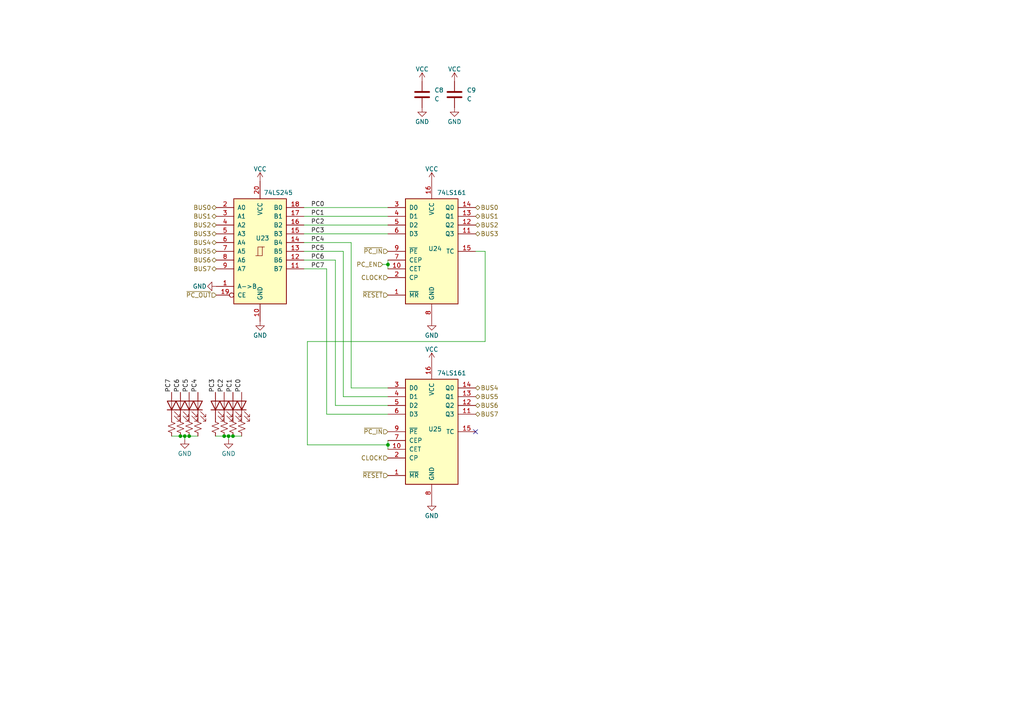
<source format=kicad_sch>
(kicad_sch (version 20211123) (generator eeschema)
  (paper "A4")
  (lib_symbols
    (symbol "74xx:74LS161" (pin_names (offset 1.016))
      (property "Reference" "U" (at -7.62 16.51 0))
      (property "Value" "74LS161" (at -7.62 -16.51 0))
      (symbol "74LS161_1_0"
        (pin input line (at -12.7 -12.7 0) (length 5.08) (name "~{MR}") (number "1"))
        (pin input line (at -12.7 -5.08 0) (length 5.08) (name "CET") (number "10"))
        (pin output line (at 12.7 5.08 180) (length 5.08) (name "Q3") (number "11"))
        (pin output line (at 12.7 7.62 180) (length 5.08) (name "Q2") (number "12"))
        (pin output line (at 12.7 10.16 180) (length 5.08) (name "Q1") (number "13"))
        (pin output line (at 12.7 12.7 180) (length 5.08) (name "Q0") (number "14"))
        (pin output line (at 12.7 0 180) (length 5.08) (name "TC") (number "15"))
        (pin power_in line (at 0 20.32 270) (length 5.08) (name "VCC") (number "16"))
        (pin input line (at -12.7 -7.62 0) (length 5.08) (name "CP") (number "2"))
        (pin input line (at -12.7 12.7 0) (length 5.08) (name "D0") (number "3"))
        (pin input line (at -12.7 10.16 0) (length 5.08) (name "D1") (number "4"))
        (pin input line (at -12.7 7.62 0) (length 5.08) (name "D2") (number "5"))
        (pin input line (at -12.7 5.08 0) (length 5.08) (name "D3") (number "6"))
        (pin input line (at -12.7 -2.54 0) (length 5.08) (name "CEP") (number "7"))
        (pin power_in line (at 0 -20.32 90) (length 5.08) (name "GND") (number "8"))
        (pin input line (at -12.7 0 0) (length 5.08) (name "~{PE}") (number "9"))
      )
      (symbol "74LS161_1_1"
        (rectangle (start -7.62 15.24) (end 7.62 -15.24) (stroke (width 0.254)) (fill (type background)))
      )
    )
    (symbol "74xx:74LS245" (pin_names (offset 1.016))
      (property "Reference" "U" (at -7.62 16.51 0))
      (property "Value" "74LS245" (at -7.62 -16.51 0))
      (symbol "74LS245_1_0"
        (polyline (pts (xy -0.635 -1.27) (xy -0.635 1.27) (xy 0.635 1.27)))
        (polyline (pts (xy -1.27 -1.27) (xy 0.635 -1.27) (xy 0.635 1.27) (xy 1.27 1.27)))
        (pin input line (at -12.7 -10.16 0) (length 5.08) (name "A->B") (number "1"))
        (pin power_in line (at 0 -20.32 90) (length 5.08) (name "GND") (number "10"))
        (pin tri_state line (at 12.7 -5.08 180) (length 5.08) (name "B7") (number "11"))
        (pin tri_state line (at 12.7 -2.54 180) (length 5.08) (name "B6") (number "12"))
        (pin tri_state line (at 12.7 0 180) (length 5.08) (name "B5") (number "13"))
        (pin tri_state line (at 12.7 2.54 180) (length 5.08) (name "B4") (number "14"))
        (pin tri_state line (at 12.7 5.08 180) (length 5.08) (name "B3") (number "15"))
        (pin tri_state line (at 12.7 7.62 180) (length 5.08) (name "B2") (number "16"))
        (pin tri_state line (at 12.7 10.16 180) (length 5.08) (name "B1") (number "17"))
        (pin tri_state line (at 12.7 12.7 180) (length 5.08) (name "B0") (number "18"))
        (pin input inverted (at -12.7 -12.7 0) (length 5.08) (name "CE") (number "19"))
        (pin tri_state line (at -12.7 12.7 0) (length 5.08) (name "A0") (number "2"))
        (pin power_in line (at 0 20.32 270) (length 5.08) (name "VCC") (number "20"))
        (pin tri_state line (at -12.7 10.16 0) (length 5.08) (name "A1") (number "3"))
        (pin tri_state line (at -12.7 7.62 0) (length 5.08) (name "A2") (number "4"))
        (pin tri_state line (at -12.7 5.08 0) (length 5.08) (name "A3") (number "5"))
        (pin tri_state line (at -12.7 2.54 0) (length 5.08) (name "A4") (number "6"))
        (pin tri_state line (at -12.7 0 0) (length 5.08) (name "A5") (number "7"))
        (pin tri_state line (at -12.7 -2.54 0) (length 5.08) (name "A6") (number "8"))
        (pin tri_state line (at -12.7 -5.08 0) (length 5.08) (name "A7") (number "9"))
      )
      (symbol "74LS245_1_1"
        (rectangle (start -7.62 15.24) (end 7.62 -15.24) (stroke (width 0.254)) (fill (type background)))
      )
    )
    (symbol "Device:C" (pin_numbers hide) (pin_names (offset 0.254))
      (property "Reference" "C" (at 0.635 2.54 0))
      (property "Value" "C" (at 0.635 -2.54 0))
      (symbol "C_0_1"
        (polyline (pts (xy -2.032 -0.762) (xy 2.032 -0.762)) (stroke (width 0.508)))
        (polyline (pts (xy -2.032 0.762) (xy 2.032 0.762)) (stroke (width 0.508)))
      )
      (symbol "C_1_1"
        (pin passive line (at 0 3.81 270) (length 2.794) (name "~") (number "1"))
        (pin passive line (at 0 -3.81 90) (length 2.794) (name "~") (number "2"))
      )
    )
    (symbol "Device:LED" (pin_numbers hide) (pin_names (offset 1.016) hide)
      (property "Reference" "D" (at 0 2.54 0))
      (property "Value" "LED" (at 0 -2.54 0))
      (symbol "LED_0_1"
        (polyline (pts (xy -1.27 -1.27) (xy -1.27 1.27)) (stroke (width 0.254)))
        (polyline (pts (xy -1.27 0) (xy 1.27 0)))
        (polyline (pts (xy 1.27 -1.27) (xy 1.27 1.27) (xy -1.27 0) (xy 1.27 -1.27)) (stroke (width 0.254)))
        (polyline (pts (xy -3.048 -0.762) (xy -4.572 -2.286) (xy -3.81 -2.286) (xy -4.572 -2.286) (xy -4.572 -1.524)))
        (polyline (pts (xy -1.778 -0.762) (xy -3.302 -2.286) (xy -2.54 -2.286) (xy -3.302 -2.286) (xy -3.302 -1.524)))
      )
      (symbol "LED_1_1"
        (pin passive line (at -3.81 0 0) (length 2.54) (name "K") (number "1"))
        (pin passive line (at 3.81 0 180) (length 2.54) (name "A") (number "2"))
      )
    )
    (symbol "Device:R_Small_US" (pin_numbers hide) (pin_names (offset 0.254) hide)
      (property "Reference" "R" (at 0.762 0.508 0))
      (property "Value" "R_Small_US" (at 0.762 -1.016 0))
      (symbol "R_Small_US_1_1"
        (polyline (pts (xy 0 0) (xy 1.016 -0.381) (xy 0 -0.762) (xy -1.016 -1.143) (xy 0 -1.524)))
        (polyline (pts (xy 0 1.524) (xy 1.016 1.143) (xy 0 0.762) (xy -1.016 0.381) (xy 0 0)))
        (pin passive line (at 0 2.54 270) (length 1.016) (name "~") (number "1"))
        (pin passive line (at 0 -2.54 90) (length 1.016) (name "~") (number "2"))
      )
    )
    (symbol "power:GND" (power) (pin_names (offset 0))
      (property "Value" "GND" (at 0 -3.81 0))
      (symbol "GND_0_1"
        (polyline (pts (xy 0 0) (xy 0 -1.27) (xy 1.27 -1.27) (xy 0 -2.54) (xy -1.27 -1.27) (xy 0 -1.27)))
      )
      (symbol "GND_1_1"
        (pin power_in line (at 0 0 270) (length 0) hide (name "GND") (number "1"))
      )
    )
    (symbol "power:VCC" (power) (pin_names (offset 0))
      (property "Value" "VCC" (at 0 3.81 0))
      (symbol "VCC_0_1"
        (polyline (pts (xy -0.762 1.27) (xy 0 2.54)))
        (polyline (pts (xy 0 0) (xy 0 2.54)))
        (polyline (pts (xy 0 2.54) (xy 0.762 1.27)))
      )
      (symbol "VCC_1_1"
        (pin power_in line (at 0 0 90) (length 0) hide (name "VCC") (number "1"))
      )
    )
  )
  (junction (at 65.024 126.492))
  (junction (at 112.522 129.032))
  (junction (at 67.564 126.492))
  (junction (at 54.864 126.492))
  (junction (at 66.294 126.492))
  (junction (at 112.522 76.708))
  (junction (at 53.594 126.492))
  (junction (at 52.324 126.492))
  (no_connect (at 137.922 125.222))
  (wire (pts (xy 52.324 126.492) (xy 53.594 126.492)))
  (wire (pts (xy 112.522 117.602) (xy 97.282 117.602)))
  (wire (pts (xy 97.282 75.438) (xy 88.138 75.438)))
  (wire (pts (xy 94.742 120.142) (xy 112.522 120.142)))
  (wire (pts (xy 101.854 112.522) (xy 101.854 70.358)))
  (wire (pts (xy 53.594 127.508) (xy 53.594 126.492)))
  (wire (pts (xy 89.154 99.06) (xy 140.716 99.06)))
  (wire (pts (xy 49.784 126.492) (xy 52.324 126.492)))
  (wire (pts (xy 88.138 65.278) (xy 112.522 65.278)))
  (wire (pts (xy 88.138 72.898) (xy 99.568 72.898)))
  (wire (pts (xy 88.138 67.818) (xy 112.522 67.818)))
  (wire (pts (xy 88.138 62.738) (xy 112.522 62.738)))
  (wire (pts (xy 112.522 129.032) (xy 112.522 130.302)))
  (wire (pts (xy 66.294 126.492) (xy 67.564 126.492)))
  (wire (pts (xy 99.568 72.898) (xy 99.568 115.062)))
  (wire (pts (xy 140.716 99.06) (xy 140.716 72.898)))
  (wire (pts (xy 54.864 126.492) (xy 57.404 126.492)))
  (wire (pts (xy 66.294 127.508) (xy 66.294 126.492)))
  (wire (pts (xy 97.282 117.602) (xy 97.282 75.438)))
  (wire (pts (xy 65.024 126.492) (xy 66.294 126.492)))
  (wire (pts (xy 89.154 129.032) (xy 89.154 99.06)))
  (wire (pts (xy 140.716 72.898) (xy 137.922 72.898)))
  (wire (pts (xy 112.522 127.762) (xy 112.522 129.032)))
  (wire (pts (xy 53.594 126.492) (xy 54.864 126.492)))
  (wire (pts (xy 112.522 76.708) (xy 112.522 77.978)))
  (wire (pts (xy 112.522 112.522) (xy 101.854 112.522)))
  (wire (pts (xy 94.742 77.978) (xy 94.742 120.142)))
  (wire (pts (xy 101.854 70.358) (xy 88.138 70.358)))
  (wire (pts (xy 112.522 75.438) (xy 112.522 76.708)))
  (wire (pts (xy 62.484 126.492) (xy 65.024 126.492)))
  (wire (pts (xy 67.564 126.492) (xy 70.104 126.492)))
  (wire (pts (xy 110.998 76.708) (xy 112.522 76.708)))
  (wire (pts (xy 99.568 115.062) (xy 112.522 115.062)))
  (wire (pts (xy 89.154 129.032) (xy 112.522 129.032)))
  (wire (pts (xy 88.138 77.978) (xy 94.742 77.978)))
  (wire (pts (xy 88.138 60.198) (xy 112.522 60.198)))
  (label "PC1" (at 67.564 113.792 90))
  (label "PC2" (at 90.17 65.278 0))
  (label "PC7" (at 90.17 77.978 0))
  (label "PC4" (at 90.17 70.358 0))
  (label "PC2" (at 65.024 113.792 90))
  (label "PC0" (at 70.104 113.792 90))
  (label "PC6" (at 52.324 113.792 90))
  (label "PC6" (at 90.17 75.438 0))
  (label "PC7" (at 49.784 113.792 90))
  (label "PC1" (at 90.17 62.738 0))
  (label "PC3" (at 62.484 113.792 90))
  (label "PC5" (at 54.864 113.792 90))
  (label "PC5" (at 90.17 72.898 0))
  (label "PC0" (at 90.17 60.198 0))
  (label "PC3" (at 90.17 67.818 0))
  (label "PC4" (at 57.404 113.792 90))
  (hierarchical_label "BUS1" (shape tri_state) (at 62.738 62.738 180))
  (hierarchical_label "BUS6" (shape tri_state) (at 137.922 117.602 0))
  (hierarchical_label "~{PC_IN}" (shape input) (at 112.522 125.222 180))
  (hierarchical_label "BUS4" (shape tri_state) (at 62.738 70.358 180))
  (hierarchical_label "BUS1" (shape tri_state) (at 137.922 62.738 0))
  (hierarchical_label "CLOCK" (shape input) (at 112.522 80.518 180))
  (hierarchical_label "BUS2" (shape tri_state) (at 137.922 65.278 0))
  (hierarchical_label "BUS3" (shape tri_state) (at 137.922 67.818 0))
  (hierarchical_label "BUS3" (shape tri_state) (at 62.738 67.818 180))
  (hierarchical_label "BUS4" (shape tri_state) (at 137.922 112.522 0))
  (hierarchical_label "PC_EN" (shape input) (at 110.998 76.708 180))
  (hierarchical_label "~{RESET}" (shape input) (at 112.522 85.598 180))
  (hierarchical_label "BUS5" (shape tri_state) (at 62.738 72.898 180))
  (hierarchical_label "CLOCK" (shape input) (at 112.522 132.842 180))
  (hierarchical_label "BUS2" (shape tri_state) (at 62.738 65.278 180))
  (hierarchical_label "~{RESET}" (shape input) (at 112.522 137.922 180))
  (hierarchical_label "BUS0" (shape tri_state) (at 137.922 60.198 0))
  (hierarchical_label "BUS7" (shape tri_state) (at 62.738 77.978 180))
  (hierarchical_label "BUS7" (shape tri_state) (at 137.922 120.142 0))
  (hierarchical_label "~{PC_OUT}" (shape input) (at 62.738 85.598 180))
  (hierarchical_label "BUS0" (shape tri_state) (at 62.738 60.198 180))
  (hierarchical_label "BUS6" (shape tri_state) (at 62.738 75.438 180))
  (hierarchical_label "~{PC_IN}" (shape input) (at 112.522 72.898 180))
  (hierarchical_label "BUS5" (shape tri_state) (at 137.922 115.062 0))
  (symbol (lib_id "Device:LED") (at 49.784 117.602 90) (unit 1)
    (property "Reference" "D38" (effects hide))
    (property "Value" "LED" (effects hide))
    (property "Footprint" "LED_SMD:LED_0805_2012Metric" (effects hide))
  )
  (symbol (lib_id "Device:LED") (at 62.484 117.602 90) (unit 1)
    (property "Reference" "D42" (effects hide))
    (property "Value" "LED" (effects hide))
    (property "Footprint" "LED_SMD:LED_0805_2012Metric" (effects hide))
  )
  (symbol (lib_id "power:VCC") (at 75.438 52.578 0) (unit 1)
    (property "Reference" "#PWR090" (effects hide))
    (property "Value" "VCC" (at 75.438 49.022 0))
  )
  (symbol (lib_id "74xx:74LS161") (at 125.222 72.898 0) (unit 1)
    (property "Reference" "U24" (at 124.206 72.136 0) (effects (justify left)))
    (property "Value" "74LS161" (at 126.746 55.88 0) (effects (justify left)))
    (property "Footprint" "Package_SO:SOIC-16_3.9x9.9mm_P1.27mm" (effects hide))
    (property "Datasheet" "http://www.ti.com/lit/gpn/sn74LS161" (effects hide))
  )
  (symbol (lib_id "Device:R_Small_US") (at 52.324 123.952 0) (unit 1)
    (property "Reference" "R39" (effects hide))
    (property "Value" "R_Small_US" (effects hide))
    (property "Footprint" "Resistor_SMD:R_0805_2012Metric" (effects hide))
  )
  (symbol (lib_id "Device:C") (at 122.428 27.432 0) (unit 1)
    (property "Reference" "C8" (at 125.984 26.1619 0) (effects (justify left)))
    (property "Value" "C" (at 125.984 28.7019 0) (effects (justify left)))
    (property "Footprint" "Capacitor_SMD:C_0805_2012Metric" (effects hide))
  )
  (symbol (lib_id "Device:R_Small_US") (at 49.784 123.952 0) (unit 1)
    (property "Reference" "R38" (effects hide))
    (property "Value" "R_Small_US" (effects hide))
    (property "Footprint" "Resistor_SMD:R_0805_2012Metric" (effects hide))
  )
  (symbol (lib_id "power:VCC") (at 131.826 23.622 0) (unit 1)
    (property "Reference" "#PWR098" (effects hide))
    (property "Value" "VCC" (at 131.826 20.066 0))
  )
  (symbol (lib_id "Device:LED") (at 54.864 117.602 90) (unit 1)
    (property "Reference" "D40" (effects hide))
    (property "Value" "LED" (effects hide))
    (property "Footprint" "LED_SMD:LED_0805_2012Metric" (effects hide))
  )
  (symbol (lib_id "power:GND") (at 66.294 127.508 0) (unit 1)
    (property "Reference" "#PWR089" (effects hide))
    (property "Value" "GND" (at 66.294 131.572 0))
  )
  (symbol (lib_id "power:GND") (at 131.826 31.242 0) (unit 1)
    (property "Reference" "#PWR099" (effects hide))
    (property "Value" "GND" (at 131.826 35.306 0))
  )
  (symbol (lib_id "Device:LED") (at 65.024 117.602 90) (unit 1)
    (property "Reference" "D43" (effects hide))
    (property "Value" "LED" (effects hide))
    (property "Footprint" "LED_SMD:LED_0805_2012Metric" (effects hide))
  )
  (symbol (lib_id "Device:R_Small_US") (at 65.024 123.952 0) (unit 1)
    (property "Reference" "R43" (effects hide))
    (property "Value" "R_Small_US" (effects hide))
    (property "Footprint" "Resistor_SMD:R_0805_2012Metric" (effects hide))
  )
  (symbol (lib_id "power:VCC") (at 122.428 23.622 0) (unit 1)
    (property "Reference" "#PWR092" (effects hide))
    (property "Value" "VCC" (at 122.428 20.066 0))
  )
  (symbol (lib_id "power:GND") (at 62.738 83.058 270) (unit 1)
    (property "Reference" "#PWR088" (effects hide))
    (property "Value" "GND" (at 57.912 83.058 90))
  )
  (symbol (lib_id "power:VCC") (at 125.222 52.578 0) (unit 1)
    (property "Reference" "#PWR094" (effects hide))
    (property "Value" "VCC" (at 125.222 49.022 0))
  )
  (symbol (lib_id "power:GND") (at 75.438 93.218 0) (unit 1)
    (property "Reference" "#PWR091" (effects hide))
    (property "Value" "GND" (at 75.438 97.282 0))
  )
  (symbol (lib_id "power:GND") (at 125.222 93.218 0) (unit 1)
    (property "Reference" "#PWR095" (effects hide))
    (property "Value" "GND" (at 125.222 97.282 0))
  )
  (symbol (lib_id "Device:R_Small_US") (at 57.404 123.952 0) (unit 1)
    (property "Reference" "R41" (effects hide))
    (property "Value" "R_Small_US" (effects hide))
    (property "Footprint" "Resistor_SMD:R_0805_2012Metric" (effects hide))
  )
  (symbol (lib_id "Device:R_Small_US") (at 54.864 123.952 0) (unit 1)
    (property "Reference" "R40" (effects hide))
    (property "Value" "R_Small_US" (effects hide))
    (property "Footprint" "Resistor_SMD:R_0805_2012Metric" (effects hide))
  )
  (symbol (lib_id "Device:LED") (at 67.564 117.602 90) (unit 1)
    (property "Reference" "D44" (effects hide))
    (property "Value" "LED" (effects hide))
    (property "Footprint" "LED_SMD:LED_0805_2012Metric" (effects hide))
  )
  (symbol (lib_id "Device:LED") (at 52.324 117.602 90) (unit 1)
    (property "Reference" "D39" (effects hide))
    (property "Value" "LED" (effects hide))
    (property "Footprint" "LED_SMD:LED_0805_2012Metric" (effects hide))
  )
  (symbol (lib_id "power:VCC") (at 125.222 104.902 0) (unit 1)
    (property "Reference" "#PWR096" (effects hide))
    (property "Value" "VCC" (at 125.222 101.346 0))
  )
  (symbol (lib_id "power:GND") (at 53.594 127.508 0) (unit 1)
    (property "Reference" "#PWR087" (effects hide))
    (property "Value" "GND" (at 53.594 131.572 0))
  )
  (symbol (lib_id "74xx:74LS245") (at 75.438 72.898 0) (unit 1)
    (property "Reference" "U23" (at 74.168 69.088 0) (effects (justify left)))
    (property "Value" "74LS245" (at 76.454 55.88 0) (effects (justify left)))
    (property "Footprint" "Package_SO:TSSOP-20_4.4x6.5mm_P0.65mm" (effects hide))
    (property "Datasheet" "http://www.ti.com/lit/gpn/sn74LS245" (effects hide))
  )
  (symbol (lib_id "power:GND") (at 122.428 31.242 0) (unit 1)
    (property "Reference" "#PWR093" (effects hide))
    (property "Value" "GND" (at 122.428 35.306 0))
  )
  (symbol (lib_id "Device:C") (at 131.826 27.432 0) (unit 1)
    (property "Reference" "C9" (at 135.382 26.1619 0) (effects (justify left)))
    (property "Value" "C" (at 135.382 28.7019 0) (effects (justify left)))
    (property "Footprint" "Capacitor_SMD:C_0805_2012Metric" (effects hide))
  )
  (symbol (lib_id "Device:LED") (at 70.104 117.602 90) (unit 1)
    (property "Reference" "D45" (effects hide))
    (property "Value" "LED" (effects hide))
    (property "Footprint" "LED_SMD:LED_0805_2012Metric" (effects hide))
  )
  (symbol (lib_id "74xx:74LS161") (at 125.222 125.222 0) (unit 1)
    (property "Reference" "U25" (at 124.206 124.46 0) (effects (justify left)))
    (property "Value" "74LS161" (at 126.746 108.204 0) (effects (justify left)))
    (property "Footprint" "Package_SO:SOIC-16_3.9x9.9mm_P1.27mm" (effects hide))
    (property "Datasheet" "http://www.ti.com/lit/gpn/sn74LS161" (effects hide))
  )
  (symbol (lib_id "Device:R_Small_US") (at 70.104 123.952 0) (unit 1)
    (property "Reference" "R45" (effects hide))
    (property "Value" "R_Small_US" (effects hide))
    (property "Footprint" "Resistor_SMD:R_0805_2012Metric" (effects hide))
  )
  (symbol (lib_id "Device:R_Small_US") (at 62.484 123.952 0) (unit 1)
    (property "Reference" "R42" (effects hide))
    (property "Value" "R_Small_US" (effects hide))
    (property "Footprint" "Resistor_SMD:R_0805_2012Metric" (effects hide))
  )
  (symbol (lib_id "Device:LED") (at 57.404 117.602 90) (unit 1)
    (property "Reference" "D41" (effects hide))
    (property "Value" "LED" (effects hide))
    (property "Footprint" "LED_SMD:LED_0805_2012Metric" (effects hide))
  )
  (symbol (lib_id "power:GND") (at 125.222 145.542 0) (unit 1)
    (property "Reference" "#PWR097" (effects hide))
    (property "Value" "GND" (at 125.222 149.606 0))
  )
  (symbol (lib_id "Device:R_Small_US") (at 67.564 123.952 0) (unit 1)
    (property "Reference" "R44" (effects hide))
    (property "Value" "R_Small_US" (effects hide))
    (property "Footprint" "Resistor_SMD:R_0805_2012Metric" (effects hide))
  )
)
</source>
